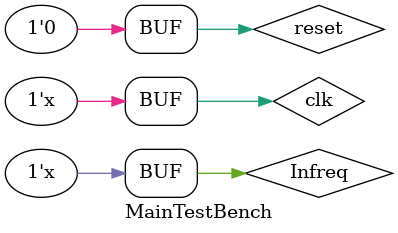
<source format=v>
`timescale 1ps / 1ps

module MainTestBench();

   reg clk, reset, Infreq;
   
   wire a, b, c, d, e, f, g, dp; // individual segments 
   wire [3:0] enable; // 4 bit enable signal 
    
    SevenSegDisplay UUT(clk,reset,Infreq,a,b,c,d,e,f,g,dp,enable);
    
        initial begin
            clk = 0;
            Infreq = 1;
            reset = 0;
            #10;
        end
        
    always begin
    #10 clk = ~clk;
    end
    
    always begin
    #15 Infreq = ~Infreq;
    end
    
endmodule
</source>
